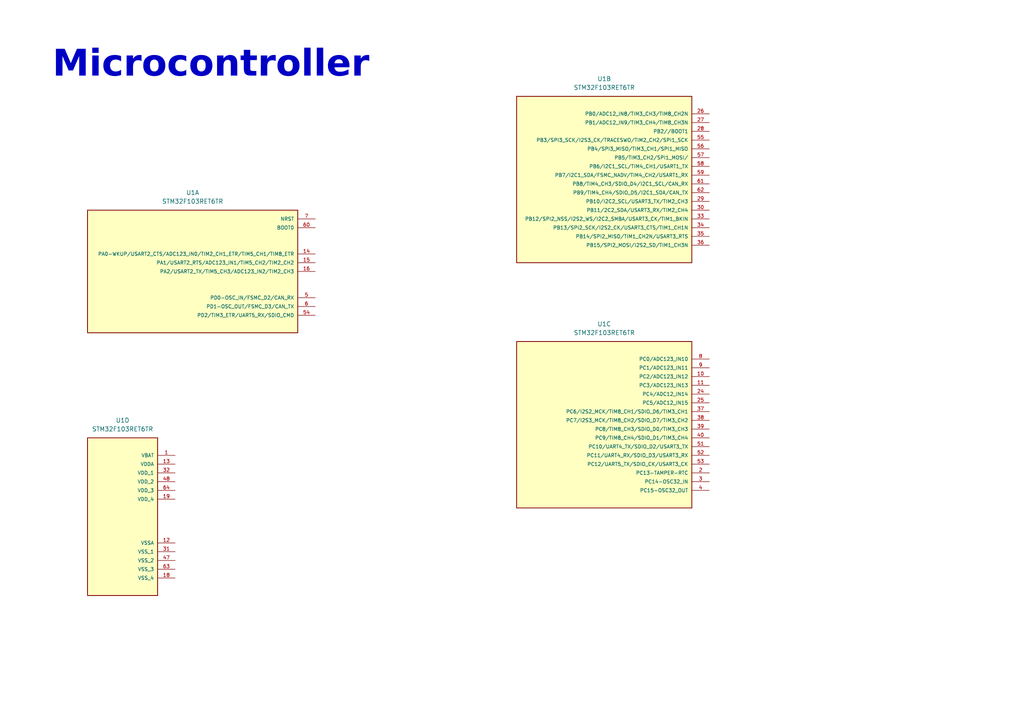
<source format=kicad_sch>
(kicad_sch (version 20230121) (generator eeschema)
  (paper "A4")
  (lib_symbols
    (symbol "STM32:STM32F103RET6TR" (pin_names (offset 1.016))
      (property "Reference" "U" (at 0 3.81 0))
      (property "Value" "STM32F103RET6TR" (at 0 1.27 0))
      (symbol "STM32F103RET6TR_1_0"
        (rectangle (start 0 0) (end 60.96 -35.56) (stroke (width 0.254)) (fill (type background)))
        (pin bidirectional line (at 66.04 -12.7 180) (length 5.08) (name "PA0-WKUP/USART2_CTS/ADC123_IN0/TIM2_CH1_ETR/TIM5_CH1/TIM8_ETR") (number "14"))
        (pin bidirectional line (at 66.04 -15.24 180) (length 5.08) (name "PA1/USART2_RTS/ADC123_IN1/TIM5_CH2/TIM2_CH2") (number "15"))
        (pin bidirectional line (at 66.04 -17.78 180) (length 5.08) (name "PA2/USART2_TX/TIM5_CH3/ADC123_IN2/TIM2_CH3") (number "16"))
        (pin bidirectional line (at 66.04 -25.4 180) (length 5.08) (name "PD0-OSC_IN/FSMC_D2/CAN_RX") (number "5"))
        (pin bidirectional line (at 66.04 -30.48 180) (length 5.08) (name "PD2/TIM3_ETR/UART5_RX/SDIO_CMD") (number "54"))
        (pin bidirectional line (at 66.04 -27.94 180) (length 5.08) (name "PD1-OSC_OUT/FSMC_D3/CAN_TX") (number "6"))
        (pin input line (at 66.04 -5.08 180) (length 5.08) (name "BOOT0") (number "60"))
        (pin input line (at 66.04 -2.54 180) (length 5.08) (name "NRST") (number "7"))
      )
      (symbol "STM32F103RET6TR_2_0"
        (rectangle (start 0 0) (end 50.8 -48.26) (stroke (width 0.254)) (fill (type background)))
        (pin bidirectional line (at 55.88 -5.08 180) (length 5.08) (name "PB0/ADC12_IN8/TIM3_CH3/TIM8_CH2N") (number "26"))
        (pin bidirectional line (at 55.88 -7.62 180) (length 5.08) (name "PB1/ADC12_IN9/TIM3_CH4/TIM8_CH3N") (number "27"))
        (pin bidirectional line (at 55.88 -10.16 180) (length 5.08) (name "PB2//BOOT1") (number "28"))
        (pin bidirectional line (at 55.88 -30.48 180) (length 5.08) (name "PB10/I2C2_SCL/USART3_TX/TIM2_CH3") (number "29"))
        (pin bidirectional line (at 55.88 -33.02 180) (length 5.08) (name "PB11/2C2_SDA/USART3_RX/TIM2_CH4") (number "30"))
        (pin bidirectional line (at 55.88 -35.56 180) (length 5.08) (name "PB12/SPI2_NSS/I2S2_WS/I2C2_SMBA/USART3_CK/TIM1_BKIN") (number "33"))
        (pin bidirectional line (at 55.88 -38.1 180) (length 5.08) (name "PB13/SPI2_SCK/I2S2_CK/USART3_CTS/TIM1_CH1N") (number "34"))
        (pin bidirectional line (at 55.88 -40.64 180) (length 5.08) (name "PB14/SPI2_MISO/TIM1_CH2N/USART3_RTS") (number "35"))
        (pin bidirectional line (at 55.88 -43.18 180) (length 5.08) (name "PB15/SPI2_MOSI/I2S2_SD/TIM1_CH3N") (number "36"))
        (pin bidirectional line (at 55.88 -12.7 180) (length 5.08) (name "PB3/SPI3_SCK/I2S3_CK/TRACESWO/TIM2_CH2/SPI1_SCK") (number "55"))
        (pin bidirectional line (at 55.88 -15.24 180) (length 5.08) (name "PB4/SPI3_MISO/TIM3_CH1/SPI1_MISO") (number "56"))
        (pin bidirectional line (at 55.88 -17.78 180) (length 5.08) (name "PB5/TIM3_CH2/SPI1_MOSI/") (number "57"))
        (pin bidirectional line (at 55.88 -20.32 180) (length 5.08) (name "PB6/I2C1_SCL/TIM4_CH1/USART1_TX") (number "58"))
        (pin bidirectional line (at 55.88 -22.86 180) (length 5.08) (name "PB7/I2C1_SDA/FSMC_NADV/TIM4_CH2/USART1_RX") (number "59"))
        (pin bidirectional line (at 55.88 -25.4 180) (length 5.08) (name "PB8/TIM4_CH3/SDIO_D4/I2C1_SCL/CAN_RX") (number "61"))
        (pin bidirectional line (at 55.88 -27.94 180) (length 5.08) (name "PB9/TIM4_CH4/SDIO_D5/I2C1_SDA/CAN_TX") (number "62"))
      )
      (symbol "STM32F103RET6TR_3_0"
        (rectangle (start 0 0) (end 50.8 -48.26) (stroke (width 0.254)) (fill (type background)))
        (pin bidirectional line (at 55.88 -10.16 180) (length 5.08) (name "PC2/ADC123_IN12") (number "10"))
        (pin bidirectional line (at 55.88 -12.7 180) (length 5.08) (name "PC3/ADC123_IN13") (number "11"))
        (pin bidirectional line (at 55.88 -38.1 180) (length 5.08) (name "PC13-TAMPER-RTC") (number "2"))
        (pin bidirectional line (at 55.88 -15.24 180) (length 5.08) (name "PC4/ADC12_IN14") (number "24"))
        (pin bidirectional line (at 55.88 -17.78 180) (length 5.08) (name "PC5/ADC12_IN15") (number "25"))
        (pin bidirectional line (at 55.88 -40.64 180) (length 5.08) (name "PC14-OSC32_IN") (number "3"))
        (pin bidirectional line (at 55.88 -20.32 180) (length 5.08) (name "PC6/I2S2_MCK/TIM8_CH1/SDIO_D6/TIM3_CH1") (number "37"))
        (pin bidirectional line (at 55.88 -22.86 180) (length 5.08) (name "PC7/I2S3_MCK/TIM8_CH2/SDIO_D7/TIM3_CH2") (number "38"))
        (pin bidirectional line (at 55.88 -25.4 180) (length 5.08) (name "PC8/TIM8_CH3/SDIO_D0/TIM3_CH3") (number "39"))
        (pin bidirectional line (at 55.88 -43.18 180) (length 5.08) (name "PC15-OSC32_OUT") (number "4"))
        (pin bidirectional line (at 55.88 -27.94 180) (length 5.08) (name "PC9/TIM8_CH4/SDIO_D1/TIM3_CH4") (number "40"))
        (pin bidirectional line (at 55.88 -30.48 180) (length 5.08) (name "PC10/UART4_TX/SDIO_D2/USART3_TX") (number "51"))
        (pin bidirectional line (at 55.88 -33.02 180) (length 5.08) (name "PC11/UART4_RX/SDIO_D3/USART3_RX") (number "52"))
        (pin bidirectional line (at 55.88 -35.56 180) (length 5.08) (name "PC12/UART5_TX/SDIO_CK/USART3_CK") (number "53"))
        (pin bidirectional line (at 55.88 -5.08 180) (length 5.08) (name "PC0/ADC123_IN10") (number "8"))
        (pin bidirectional line (at 55.88 -7.62 180) (length 5.08) (name "PC1/ADC123_IN11") (number "9"))
      )
      (symbol "STM32F103RET6TR_4_0"
        (rectangle (start 0 0) (end 20.32 -45.72) (stroke (width 0.254)) (fill (type background)))
        (pin power_in line (at 25.4 -5.08 180) (length 5.08) (name "VBAT") (number "1"))
        (pin power_in line (at 25.4 -30.48 180) (length 5.08) (name "VSSA") (number "12"))
        (pin power_in line (at 25.4 -7.62 180) (length 5.08) (name "VDDA") (number "13"))
        (pin power_in line (at 25.4 -40.64 180) (length 5.08) (name "VSS_4") (number "18"))
        (pin power_in line (at 25.4 -17.78 180) (length 5.08) (name "VDD_4") (number "19"))
        (pin power_in line (at 25.4 -33.02 180) (length 5.08) (name "VSS_1") (number "31"))
        (pin power_in line (at 25.4 -10.16 180) (length 5.08) (name "VDD_1") (number "32"))
        (pin power_in line (at 25.4 -35.56 180) (length 5.08) (name "VSS_2") (number "47"))
        (pin power_in line (at 25.4 -12.7 180) (length 5.08) (name "VDD_2") (number "48"))
        (pin power_in line (at 25.4 -38.1 180) (length 5.08) (name "VSS_3") (number "63"))
        (pin power_in line (at 25.4 -15.24 180) (length 5.08) (name "VDD_3") (number "64"))
      )
    )
  )
  (text "Microcontroller" (at 15.24 25.4 0) (effects (font (size 7.62 7.62) (thickness 1.524) bold) (justify left bottom)))
  (symbol (lib_id "STM32:STM32F103RET6TR") (at 149.86 27.94 0) (unit 2)
    (property "Reference" "U1" (at 175.26 22.86 0))
    (property "Value" "STM32F103RET6TR" (at 175.26 25.4 0))
    (property "Footprint" "STM32:QFP50P1200X1200X160-64N" (effects hide))
    (property "Datasheet" "https://www.st.com/content/ccc/resource/technical/document/datasheet/59/f6/fa/84/20/4e/4c/59/CD00191185.pdf/files/CD00191185.pdf/jcr:content/translations/en.CD00191185.pdf" (effects hide))
    (property "STANDARD" "IPC-7351B" (effects hide))
    (property "MANUFACTURER" "STMicroelectronics" (effects hide))
  )
  (symbol (lib_id "STM32:STM32F103RET6TR") (at 149.86 99.06 0) (unit 3)
    (property "Reference" "U1" (at 175.26 93.98 0))
    (property "Value" "STM32F103RET6TR" (at 175.26 96.52 0))
    (property "Footprint" "STM32:QFP50P1200X1200X160-64N" (effects hide))
    (property "Datasheet" "https://www.st.com/content/ccc/resource/technical/document/datasheet/59/f6/fa/84/20/4e/4c/59/CD00191185.pdf/files/CD00191185.pdf/jcr:content/translations/en.CD00191185.pdf" (effects hide))
    (property "STANDARD" "IPC-7351B" (effects hide))
    (property "MANUFACTURER" "STMicroelectronics" (effects hide))
  )
  (symbol (lib_id "STM32:STM32F103RET6TR") (at 25.4 127 0) (unit 4)
    (property "Reference" "U1" (at 35.56 121.92 0))
    (property "Value" "STM32F103RET6TR" (at 35.56 124.46 0))
    (property "Footprint" "STM32:QFP50P1200X1200X160-64N" (effects hide))
    (property "Datasheet" "https://www.st.com/content/ccc/resource/technical/document/datasheet/59/f6/fa/84/20/4e/4c/59/CD00191185.pdf/files/CD00191185.pdf/jcr:content/translations/en.CD00191185.pdf" (effects hide))
    (property "STANDARD" "IPC-7351B" (effects hide))
    (property "MANUFACTURER" "STMicroelectronics" (effects hide))
  )
  (symbol (lib_id "STM32:STM32F103RET6TR") (at 25.4 60.96 0) (unit 1)
    (property "Reference" "U1" (at 55.88 55.88 0))
    (property "Value" "STM32F103RET6TR" (at 55.88 58.42 0))
    (property "Footprint" "STM32:QFP50P1200X1200X160-64N" (effects hide))
    (property "Datasheet" "https://www.st.com/content/ccc/resource/technical/document/datasheet/59/f6/fa/84/20/4e/4c/59/CD00191185.pdf/files/CD00191185.pdf/jcr:content/translations/en.CD00191185.pdf" (effects hide))
    (property "STANDARD" "IPC-7351B" (effects hide))
    (property "MANUFACTURER" "STMicroelectronics" (effects hide))
  )
)
</source>
